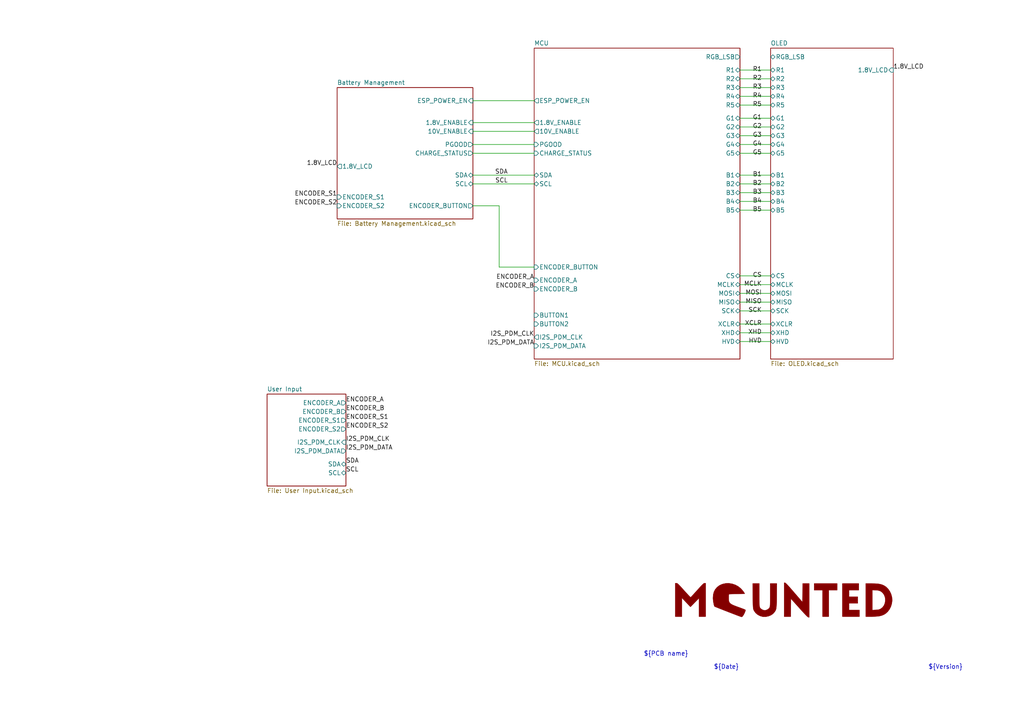
<source format=kicad_sch>
(kicad_sch (version 20230121) (generator eeschema)
  (paper "A4")
  (lib_symbols
    (symbol ".mounted-lib:mounted_logo" (pin_names (offset 1.016))
      (symbol "mounted_logo_0_0"
        (polyline (pts (xy 13.0541 -1.012) (xy 13.0541 2.8335) (xy 14.2685 2.8335) (xy 15.4828 2.8335) (xy 15.4828 3.7948) (xy 15.4828 4.7562) (xy 12.1434 4.7562) (xy 8.8039 4.7562) (xy 8.8039 3.7948) (xy 8.8039 2.8335) (xy 10.0183 2.8335) (xy 11.2326 2.8335) (xy 11.2326 -1.012) (xy 11.2326 -4.8574) (xy 12.1434 -4.8574) (xy 13.0541 -4.8574) (xy 13.0541 -1.012)) (stroke (width 0.01)) (fill (type outline)))
        (polyline (pts (xy 21.9593 -3.896) (xy 21.9593 -2.9347) (xy 20.4414 -2.9347) (xy 18.9235 -2.9347) (xy 18.9235 -1.9733) (xy 18.9235 -1.012) (xy 20.1884 -1.012) (xy 21.4533 -1.012) (xy 21.4533 -0.0506) (xy 21.4533 0.9107) (xy 20.1884 0.9107) (xy 18.9235 0.9107) (xy 18.9235 1.8721) (xy 18.9235 2.8335) (xy 20.3402 2.8335) (xy 21.7569 2.8335) (xy 21.7569 3.7948) (xy 21.7569 4.7562) (xy 19.3788 4.7562) (xy 17.0008 4.7562) (xy 17.0008 -0.0506) (xy 17.0008 -4.8574) (xy 19.48 -4.8574) (xy 21.9593 -4.8574) (xy 21.9593 -3.896)) (stroke (width 0.01)) (fill (type outline)))
        (polyline (pts (xy 7.3872 -0.1518) (xy 7.3872 4.7562) (xy 6.4275 4.7562) (xy 5.4678 4.7562) (xy 5.4409 2.0564) (xy 5.4139 -0.6433) (xy 3.0016 2.1576) (xy 2.3562 2.9042) (xy 1.8128 3.5255) (xy 1.3749 4.0164) (xy 1.0304 4.3895) (xy 0.7673 4.6575) (xy 0.5734 4.8332) (xy 0.4367 4.9293) (xy 0.3452 4.9585) (xy 0.1012 4.9585) (xy 0.1012 0.0506) (xy 0.1012 -4.8574) (xy 1.0608 -4.8574) (xy 2.0205 -4.8574) (xy 2.0475 -2.2586) (xy 2.0745 0.3401) (xy 4.5011 -2.3598) (xy 4.7 -2.5808) (xy 5.3538 -3.3024) (xy 5.8892 -3.8837) (xy 6.3167 -4.3354) (xy 6.6469 -4.6683) (xy 6.8901 -4.8929) (xy 7.0568 -5.0198) (xy 7.1575 -5.0598) (xy 7.3872 -5.0598) (xy 7.3872 -0.1518)) (stroke (width 0.01)) (fill (type outline)))
        (polyline (pts (xy -29.5449 -2.1504) (xy -29.5409 0.5566) (xy -28.3053 -0.7424) (xy -27.0698 -2.0414) (xy -25.8301 -0.7769) (xy -24.5905 0.4877) (xy -24.5905 -2.1848) (xy -24.5905 -4.8574) (xy -23.6291 -4.8574) (xy -22.6678 -4.8574) (xy -22.6678 0) (xy -22.6678 4.8574) (xy -22.9639 4.8574) (xy -23.0357 4.8497) (xy -23.152 4.8043) (xy -23.2999 4.7038) (xy -23.4963 4.5321) (xy -23.7582 4.2729) (xy -24.1025 3.9099) (xy -24.5462 3.4271) (xy -25.1062 2.8082) (xy -25.1312 2.7804) (xy -25.6173 2.2426) (xy -26.059 1.757) (xy -26.4383 1.3434) (xy -26.7368 1.0213) (xy -26.9366 0.8106) (xy -27.0195 0.7308) (xy -27.0218 0.7308) (xy -27.1159 0.8089) (xy -27.3249 1.0176) (xy -27.6307 1.3378) (xy -28.0155 1.7506) (xy -28.4613 2.237) (xy -28.9503 2.7779) (xy -29.0633 2.9036) (xy -29.5971 3.4952) (xy -30.0179 3.9544) (xy -30.3429 4.2978) (xy -30.5897 4.5419) (xy -30.7757 4.7032) (xy -30.9183 4.7982) (xy -31.0349 4.8433) (xy -31.1429 4.8552) (xy -31.4717 4.8574) (xy -31.4717 0) (xy -31.4717 -4.8574) (xy -30.5104 -4.8574) (xy -29.549 -4.8574) (xy -29.5449 -2.1504)) (stroke (width 0.01)) (fill (type outline)))
        (polyline (pts (xy 25.4253 -4.8556) (xy 25.6404 -4.8547) (xy 26.5575 -4.83) (xy 27.3171 -4.7676) (xy 27.9546 -4.662) (xy 28.505 -4.5079) (xy 29.0036 -4.2997) (xy 29.5084 -3.9977) (xy 30.1403 -3.435) (xy 30.6643 -2.7409) (xy 31.0657 -1.9468) (xy 31.3296 -1.0838) (xy 31.4411 -0.1834) (xy 31.3855 0.7233) (xy 31.3804 0.7543) (xy 31.1515 1.6264) (xy 30.7776 2.4404) (xy 30.2822 3.162) (xy 29.6889 3.7567) (xy 29.0211 4.19) (xy 28.8905 4.2515) (xy 28.3813 4.4468) (xy 27.8162 4.589) (xy 27.1592 4.6839) (xy 26.3743 4.7372) (xy 25.4253 4.7544) (xy 23.7808 4.7562) (xy 23.7808 -0.0506) (xy 23.7808 -2.9588) (xy 25.7035 -2.9588) (xy 25.7035 -0.0506) (xy 25.7035 2.8576) (xy 26.6396 2.8137) (xy 26.8905 2.7983) (xy 27.5042 2.7136) (xy 27.9891 2.5521) (xy 28.3954 2.2928) (xy 28.7736 1.9144) (xy 29.1102 1.4237) (xy 29.364 0.7385) (xy 29.4478 -0.0506) (xy 29.4393 -0.2952) (xy 29.3007 -1.042) (xy 29.0038 -1.702) (xy 28.5635 -2.248) (xy 27.9949 -2.6533) (xy 27.9266 -2.6869) (xy 27.6052 -2.8006) (xy 27.195 -2.8729) (xy 26.6396 -2.9149) (xy 25.7035 -2.9588) (xy 23.7808 -2.9588) (xy 23.7808 -4.8574) (xy 25.4253 -4.8556)) (stroke (width 0.01)) (fill (type outline)))
        (polyline (pts (xy -4.4754 -4.7478) (xy -3.7692 -4.467) (xy -3.1608 -4.0647) (xy -2.6916 -3.5562) (xy -2.613 -3.4418) (xy -2.4727 -3.2245) (xy -2.3593 -3.0132) (xy -2.2696 -2.7847) (xy -2.2006 -2.5159) (xy -2.149 -2.1837) (xy -2.1119 -1.7649) (xy -2.086 -1.2363) (xy -2.0683 -0.5748) (xy -2.0556 0.2428) (xy -2.0449 1.2396) (xy -2.0099 4.7562) (xy -2.9783 4.7562) (xy -3.9467 4.7562) (xy -3.9468 1.442) (xy -3.9473 0.7789) (xy -3.95 -0.014) (xy -3.956 -0.6426) (xy -3.9665 -1.1295) (xy -3.9826 -1.4973) (xy -4.0053 -1.7684) (xy -4.0357 -1.9652) (xy -4.0748 -2.1104) (xy -4.1239 -2.2263) (xy -4.3189 -2.4863) (xy -4.677 -2.7631) (xy -5.0995 -2.9601) (xy -5.5113 -3.0336) (xy -5.7577 -3.0059) (xy -6.2007 -2.8542) (xy -6.601 -2.6075) (xy -6.8788 -2.3081) (xy -6.9051 -2.2636) (xy -6.9556 -2.1601) (xy -6.9955 -2.0331) (xy -7.0261 -1.8603) (xy -7.0487 -1.6193) (xy -7.0643 -1.2877) (xy -7.0744 -0.8433) (xy -7.0801 -0.2635) (xy -7.0827 0.474) (xy -7.0833 1.3914) (xy -7.0837 4.7562) (xy -8.051 4.7562) (xy -9.0182 4.7562) (xy -8.983 1.189) (xy -8.9744 0.3875) (xy -8.9633 -0.4295) (xy -8.9503 -1.0843) (xy -8.9342 -1.5993) (xy -8.914 -1.9967) (xy -8.8883 -2.2985) (xy -8.8561 -2.5271) (xy -8.8161 -2.7046) (xy -8.7671 -2.8532) (xy -8.6157 -3.18) (xy -8.1881 -3.771) (xy -7.62 -4.2662) (xy -6.948 -4.6372) (xy -6.2083 -4.8553) (xy -6.0147 -4.8833) (xy -5.2378 -4.8917) (xy -4.4754 -4.7478)) (stroke (width 0.01)) (fill (type outline)))
        (polyline (pts (xy -12.033 -4.8536) (xy -11.8228 -4.6062) (xy -11.5946 -4.2448) (xy -11.3715 -3.8054) (xy -11.1767 -3.3242) (xy -11.1344 -3.2018) (xy -11.0898 -3.0068) (xy -11.143 -2.8972) (xy -11.3132 -2.7992) (xy -11.4369 -2.7453) (xy -11.7403 -2.6255) (xy -12.1683 -2.4635) (xy -12.6832 -2.2735) (xy -13.2473 -2.0698) (xy -13.685 -1.9116) (xy -14.3947 -1.6403) (xy -14.9424 -1.397) (xy -15.3488 -1.1615) (xy -15.6346 -0.9134) (xy -15.8208 -0.6324) (xy -15.928 -0.2982) (xy -15.9771 0.1096) (xy -15.9889 0.6113) (xy -15.9885 0.757) (xy -15.9792 1.1798) (xy -15.9532 1.4468) (xy -15.9049 1.5943) (xy -15.8288 1.6589) (xy -15.8013 1.6651) (xy -15.5957 1.6827) (xy -15.2307 1.6979) (xy -14.7385 1.7098) (xy -14.1513 1.7175) (xy -13.5013 1.7203) (xy -13.2539 1.7207) (xy -12.6407 1.7258) (xy -12.1129 1.736) (xy -11.6996 1.7502) (xy -11.4302 1.7676) (xy -11.3339 1.7873) (xy -11.3479 1.8507) (xy -11.4667 2.0761) (xy -11.6796 2.3844) (xy -11.9541 2.7332) (xy -12.2575 3.08) (xy -12.5574 3.3822) (xy -13.1861 3.8791) (xy -14.0562 4.357) (xy -14.9946 4.6741) (xy -15.9634 4.818) (xy -16.9248 4.7769) (xy -16.9567 4.7722) (xy -17.8565 4.5627) (xy -18.6212 4.2205) (xy -19.2773 3.7338) (xy -19.3987 3.6179) (xy -19.9135 2.9955) (xy -20.2685 2.2952) (xy -20.4741 1.4909) (xy -20.5407 0.5566) (xy -20.5381 0.4182) (xy -20.5054 -0.0257) (xy -20.4425 -0.5134) (xy -20.3587 -0.9959) (xy -20.2631 -1.4239) (xy -20.1651 -1.7483) (xy -20.0739 -1.9202) (xy -20.0687 -1.9236) (xy -19.9337 -1.9838) (xy -19.6386 -2.1053) (xy -19.2081 -2.2785) (xy -18.6668 -2.4936) (xy -18.0396 -2.7412) (xy -17.351 -3.0114) (xy -16.6258 -3.2948) (xy -15.8887 -3.5816) (xy -15.1644 -3.8623) (xy -14.4776 -4.1272) (xy -13.8529 -4.3666) (xy -13.3151 -4.571) (xy -12.8888 -4.7307) (xy -12.5988 -4.8361) (xy -12.5944 -4.8376) (xy -12.3603 -4.9142) (xy -12.2194 -4.9506) (xy -12.202 -4.9508) (xy -12.033 -4.8536)) (stroke (width 0.01)) (fill (type outline)))
      )
    )
  )
  (wire (pts (xy 214.63 55.88) (xy 223.52 55.88)))
  (wire (pts (xy 214.63 30.48) (xy 223.52 30.48)))
  (wire (pts (xy 214.63 50.8) (xy 223.52 50.8)))
  (wire (pts (xy 214.63 60.96) (xy 223.52 60.96)))
  (wire (pts (xy 144.78 77.47) (xy 154.94 77.47)))
  (wire (pts (xy 214.63 85.09) (xy 223.52 85.09)))
  (wire (pts (xy 214.63 53.34) (xy 223.52 53.34)))
  (wire (pts (xy 214.63 99.06) (xy 223.52 99.06)))
  (wire (pts (xy 214.63 25.4) (xy 223.52 25.4)))
  (wire (pts (xy 214.63 36.83) (xy 223.52 36.83)))
  (wire (pts (xy 137.16 59.69) (xy 144.78 59.69)))
  (wire (pts (xy 214.63 20.32) (xy 223.52 20.32)))
  (wire (pts (xy 214.63 44.45) (xy 223.52 44.45)))
  (wire (pts (xy 214.63 39.37) (xy 223.52 39.37)))
  (wire (pts (xy 214.63 80.01) (xy 223.52 80.01)))
  (wire (pts (xy 214.63 58.42) (xy 223.52 58.42)))
  (wire (pts (xy 137.16 29.21) (xy 154.94 29.21)))
  (wire (pts (xy 137.16 50.8) (xy 154.94 50.8)))
  (wire (pts (xy 214.63 87.63) (xy 223.52 87.63)))
  (wire (pts (xy 137.16 53.34) (xy 154.94 53.34)))
  (wire (pts (xy 214.63 90.17) (xy 223.52 90.17)))
  (wire (pts (xy 137.16 35.56) (xy 154.94 35.56)))
  (wire (pts (xy 214.63 34.29) (xy 223.52 34.29)))
  (wire (pts (xy 214.63 82.55) (xy 223.52 82.55)))
  (wire (pts (xy 214.63 27.94) (xy 223.52 27.94)))
  (wire (pts (xy 137.16 44.45) (xy 154.94 44.45)))
  (wire (pts (xy 137.16 41.91) (xy 154.94 41.91)))
  (wire (pts (xy 214.63 22.86) (xy 223.52 22.86)))
  (wire (pts (xy 144.78 59.69) (xy 144.78 77.47)))
  (wire (pts (xy 214.63 93.98) (xy 223.52 93.98)))
  (wire (pts (xy 137.16 38.1) (xy 154.94 38.1)))
  (wire (pts (xy 214.63 41.91) (xy 223.52 41.91)))
  (wire (pts (xy 214.63 96.52) (xy 223.52 96.52)))
  (text "${PCB name}" (at 186.69 190.5 0) (effects (font (size 1.27 1.27)) (justify left bottom)))
  (text "${Date}" (at 207.01 194.31 0) (effects (font (size 1.27 1.27)) (justify left bottom)))
  (text "${Version}" (at 269.24 194.31 0) (effects (font (size 1.27 1.27)) (justify left bottom)))
  (label "G5" (at 220.98 44.45 180))
  (label "HVD" (at 220.98 99.06 180))
  (label "SCK" (at 220.98 90.17 180))
  (label "B2" (at 220.98 53.34 180))
  (label "B3" (at 220.98 55.88 180))
  (label "ENCODER_S2" (at 97.79 59.69 180))
  (label "R5" (at 220.98 30.48 180))
  (label "R2" (at 220.98 22.86 180))
  (label "XCLR" (at 220.98 93.98 180))
  (label "1.8V_LCD" (at 97.79 48.26 180))
  (label "I2S_PDM_CLK" (at 154.94 97.79 180))
  (label "B5" (at 220.98 60.96 180))
  (label "G3" (at 220.98 39.37 180))
  (label "I2S_PDM_CLK" (at 100.33 128.27 0))
  (label "R3" (at 220.98 25.4 180))
  (label "B1" (at 220.98 50.8 180))
  (label "ENCODER_S2" (at 100.33 124.46 0))
  (label "R4" (at 220.98 27.94 180))
  (label "I2S_PDM_DATA" (at 154.94 100.33 180))
  (label "ENCODER_S1" (at 100.33 121.92 0))
  (label "ENCODER_S1" (at 97.79 57.15 180))
  (label "I2S_PDM_DATA" (at 100.33 130.81 0))
  (label "XHD" (at 220.98 96.52 180))
  (label "SCL" (at 147.32 53.34 180))
  (label "ENCODER_A" (at 100.33 116.84 0))
  (label "R1" (at 220.98 20.32 180))
  (label "ENCODER_B" (at 154.94 83.82 180))
  (label "CS" (at 220.98 80.01 180))
  (label "G1" (at 220.98 34.29 180))
  (label "SDA" (at 100.33 134.62 0))
  (label "MOSI" (at 220.98 85.09 180))
  (label "SCL" (at 100.33 137.16 0))
  (label "SDA" (at 147.32 50.8 180))
  (label "MISO" (at 220.98 87.63 180))
  (label "ENCODER_A" (at 154.94 81.28 180))
  (label "B4" (at 220.98 58.42 180))
  (label "MCLK" (at 220.98 82.55 180))
  (label "G4" (at 220.98 41.91 180))
  (label "G2" (at 220.98 36.83 180))
  (label "ENCODER_B" (at 100.33 119.38 0))
  (label "1.8V_LCD" (at 259.08 20.32 0))
  (symbol (lib_id ".mounted-lib:mounted_logo") (at 227.33 173.99 0) (unit 1)
    (property "Reference" "LOGO1" (effects hide))
    (property "Value" "mounted_logo" (effects hide))
    (property "Footprint" ".mounted-lib:mounted_logo" (effects hide))
  )
  (sheet (at 77.47 114.3) (size 22.86 26.67) (stroke (width 0.1524))
    (property "Sheetname" "User Input" (at 77.47 113.5884 0) (effects (justify left bottom)))
    (property "Sheetfile" "User Input.kicad_sch" (at 77.47 141.5546 0) (effects (justify left top)))
    (pin "ENCODER_A" output (at 100.33 116.84 0))
    (pin "ENCODER_B" output (at 100.33 119.38 0))
    (pin "ENCODER_S2" output (at 100.33 124.46 0))
    (pin "ENCODER_S1" output (at 100.33 121.92 0))
    (pin "I2S_PDM_CLK" input (at 100.33 128.27 0))
    (pin "I2S_PDM_DATA" output (at 100.33 130.81 0))
    (pin "SDA" bidirectional (at 100.33 134.62 0))
    (pin "SCL" bidirectional (at 100.33 137.16 0))
  )
  (sheet (at 97.79 25.4) (size 39.37 38.1) (stroke (width 0.1524))
    (property "Sheetname" "Battery Management" (at 97.79 24.6884 0) (effects (justify left bottom)))
    (property "Sheetfile" "Battery Management.kicad_sch" (at 97.79 64.0846 0) (effects (justify left top)))
    (pin "SCL" bidirectional (at 137.16 53.34 0))
    (pin "SDA" bidirectional (at 137.16 50.8 0))
    (pin "ESP_POWER_EN" input (at 137.16 29.21 0))
    (pin "ENCODER_S1" input (at 97.79 57.15 180))
    (pin "ENCODER_S2" input (at 97.79 59.69 180))
    (pin "1.8V_ENABLE" input (at 137.16 35.56 0))
    (pin "1.8V_LCD" output (at 97.79 48.26 180))
    (pin "ENCODER_BUTTON" output (at 137.16 59.69 0))
    (pin "10V_ENABLE" input (at 137.16 38.1 0))
    (pin "PGOOD" output (at 137.16 41.91 0))
    (pin "CHARGE_STATUS" output (at 137.16 44.45 0))
  )
  (sheet (at 223.52 13.97) (size 35.56 90.17) (stroke (width 0.1524))
    (property "Sheetname" "OLED" (at 223.52 13.2584 0) (effects (justify left bottom)))
    (property "Sheetfile" "OLED.kicad_sch" (at 223.52 104.7246 0) (effects (justify left top)))
    (pin "RGB_LSB" bidirectional (at 223.52 16.51 180))
    (pin "XHD" bidirectional (at 223.52 96.52 180))
    (pin "MISO" bidirectional (at 223.52 87.63 180))
    (pin "HVD" bidirectional (at 223.52 99.06 180))
    (pin "SCK" bidirectional (at 223.52 90.17 180))
    (pin "XCLR" bidirectional (at 223.52 93.98 180))
    (pin "MOSI" bidirectional (at 223.52 85.09 180))
    (pin "MCLK" bidirectional (at 223.52 82.55 180))
    (pin "R2" bidirectional (at 223.52 22.86 180))
    (pin "R1" bidirectional (at 223.52 20.32 180))
    (pin "G2" bidirectional (at 223.52 36.83 180))
    (pin "G1" bidirectional (at 223.52 34.29 180))
    (pin "R4" bidirectional (at 223.52 27.94 180))
    (pin "R5" bidirectional (at 223.52 30.48 180))
    (pin "R3" bidirectional (at 223.52 25.4 180))
    (pin "G3" bidirectional (at 223.52 39.37 180))
    (pin "G5" bidirectional (at 223.52 44.45 180))
    (pin "G4" bidirectional (at 223.52 41.91 180))
    (pin "B1" bidirectional (at 223.52 50.8 180))
    (pin "B5" bidirectional (at 223.52 60.96 180))
    (pin "B2" bidirectional (at 223.52 53.34 180))
    (pin "B3" bidirectional (at 223.52 55.88 180))
    (pin "B4" bidirectional (at 223.52 58.42 180))
    (pin "CS" bidirectional (at 223.52 80.01 180))
    (pin "1.8V_LCD" input (at 259.08 20.32 0))
  )
  (sheet (at 154.94 13.97) (size 59.69 90.17) (stroke (width 0.1524))
    (property "Sheetname" "MCU" (at 154.94 13.2584 0) (effects (justify left bottom)))
    (property "Sheetfile" "MCU.kicad_sch" (at 154.94 104.7246 0) (effects (justify left top)))
    (pin "SCL" bidirectional (at 154.94 53.34 180))
    (pin "SDA" bidirectional (at 154.94 50.8 180))
    (pin "B5" bidirectional (at 214.63 60.96 0))
    (pin "MCLK" bidirectional (at 214.63 82.55 0))
    (pin "XCLR" bidirectional (at 214.63 93.98 0))
    (pin "CS" bidirectional (at 214.63 80.01 0))
    (pin "G2" bidirectional (at 214.63 36.83 0))
    (pin "G3" bidirectional (at 214.63 39.37 0))
    (pin "G4" bidirectional (at 214.63 41.91 0))
    (pin "G5" bidirectional (at 214.63 44.45 0))
    (pin "HVD" bidirectional (at 214.63 99.06 0))
    (pin "R3" bidirectional (at 214.63 25.4 0))
    (pin "R4" bidirectional (at 214.63 27.94 0))
    (pin "R5" bidirectional (at 214.63 30.48 0))
    (pin "G1" bidirectional (at 214.63 34.29 0))
    (pin "XHD" bidirectional (at 214.63 96.52 0))
    (pin "R2" bidirectional (at 214.63 22.86 0))
    (pin "R1" bidirectional (at 214.63 20.32 0))
    (pin "MISO" bidirectional (at 214.63 87.63 0))
    (pin "MOSI" bidirectional (at 214.63 85.09 0))
    (pin "SCK" bidirectional (at 214.63 90.17 0))
    (pin "B2" bidirectional (at 214.63 53.34 0))
    (pin "B1" bidirectional (at 214.63 50.8 0))
    (pin "B3" bidirectional (at 214.63 55.88 0))
    (pin "B4" bidirectional (at 214.63 58.42 0))
    (pin "ESP_POWER_EN" output (at 154.94 29.21 180))
    (pin "I2S_PDM_CLK" output (at 154.94 97.79 180))
    (pin "I2S_PDM_DATA" input (at 154.94 100.33 180))
    (pin "BUTTON1" input (at 154.94 91.44 180))
    (pin "RGB_LSB" output (at 214.63 16.51 0))
    (pin "10V_ENABLE" output (at 154.94 38.1 180))
    (pin "ENCODER_BUTTON" input (at 154.94 77.47 180))
    (pin "BUTTON2" input (at 154.94 93.98 180))
    (pin "1.8V_ENABLE" output (at 154.94 35.56 180))
    (pin "ENCODER_A" input (at 154.94 81.28 180))
    (pin "ENCODER_B" input (at 154.94 83.82 180))
    (pin "PGOOD" input (at 154.94 41.91 180))
    (pin "CHARGE_STATUS" input (at 154.94 44.45 180))
  )
)
</source>
